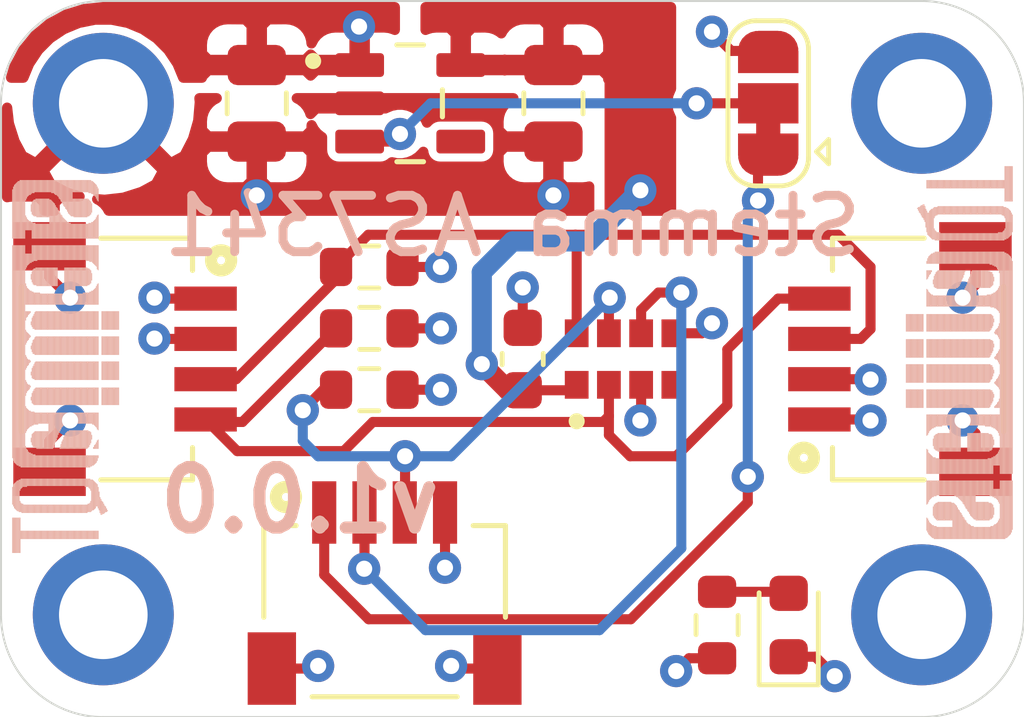
<source format=kicad_pcb>
(kicad_pcb (version 20171130) (host pcbnew 5.1.7-a382d34a8~88~ubuntu18.04.1)
  (layers (0 F.Cu signal) (1 In1.Cu signal hide) (2 In2.Cu signal hide) (31 B.Cu signal) (34 B.Paste user) (35 F.Paste user hide) (36 B.SilkS user hide) (37 F.SilkS user) (38 B.Mask user) (39 F.Mask user) (44 Edge.Cuts user))
  (net 0 "")
  (net 1 GND)
  (net 2 VCC)
  (net 3 "Net-(D1-Pad2)")
  (net 4 /SCL)
  (net 5 /SDA)
  (net 6 "Net-(JP1-Pad2)")
  (net 7 +1V8)
  (net 8 /INT)
  (net 9 /GPIO)
  (net 10 /EN)
  (net 11 "Net-(U2-Pad4)")
  (module AS7341-DLGT:PSON80P310X200X110-8N (layer F.Cu) (at 51.689 63.627 90)
    (fp_text reference U2)
    (fp_text value AS7341-DLGT)
    (pad 8 smd rect (at 0.64 -1.2 90) (size 0.69 0.59) (layers F.Cu F.Paste F.Mask) (net 5 /SDA))
    (pad 7 smd rect (at 0.64 -0.4 90) (size 0.69 0.59) (layers F.Cu F.Paste F.Mask) (net 8 /INT))
    (pad 2 smd rect (at -0.64 -0.4 90) (size 0.69 0.59) (layers F.Cu F.Paste F.Mask) (net 4 /SCL))
    (pad 1 smd rect (at -0.64 -1.2 90) (size 0.69 0.59) (layers F.Cu F.Paste F.Mask) (net 7 +1V8))
    (pad 6 smd rect (at 0.64 0.4 90) (size 0.69 0.59) (layers F.Cu F.Paste F.Mask) (net 9 /GPIO))
    (pad 5 smd rect (at 0.64 1.2 90) (size 0.69 0.59) (layers F.Cu F.Paste F.Mask) (net 1 GND))
    (pad 4 smd rect (at -0.64 1.2 90) (size 0.69 0.59) (layers F.Cu F.Paste F.Mask) (net 11 "Net-(U2-Pad4)"))
    (pad 3 smd rect (at -0.64 0.4 90) (size 0.69 0.59) (layers F.Cu F.Paste F.Mask) (net 1 GND))
  )
  (module TPS7A0233PDBVR:SOT95P280X145-5N (layer F.Cu) (at 46.355 57.277)
    (fp_text reference U1)
    (fp_text value TPS7A0218PDBVR)
    (pad 5 smd roundrect (at 1.255 -0.95) (size 1.21 0.59) (layers F.Cu F.Paste F.Mask) (roundrect_rratio 0.15) (net 7 +1V8))
    (pad 4 smd roundrect (at 1.255 0.95) (size 1.21 0.59) (layers F.Cu F.Paste F.Mask) (roundrect_rratio 0.15))
    (pad 3 smd roundrect (at -1.255 0.95) (size 1.21 0.59) (layers F.Cu F.Paste F.Mask) (roundrect_rratio 0.15) (net 6 "Net-(JP1-Pad2)"))
    (pad 2 smd roundrect (at -1.255 0) (size 1.21 0.59) (layers F.Cu F.Paste F.Mask) (roundrect_rratio 0.15) (net 1 GND))
    (pad 1 smd roundrect (at -1.255 -0.95) (size 1.21 0.59) (layers F.Cu F.Paste F.Mask) (roundrect_rratio 0.15) (net 2 VCC))
  )
  (module "SM04B-SRSS-TB(LF)(SN):JST_SM04B-SRSS-TB(LF)(SN)" (layer F.Cu) (at 45.72 67.437)
    (fp_text reference J3)
    (fp_text value "SM04B-SRSS-TB(LF)(SN)")
    (pad 4 smd rect (at 1.5 0) (size 0.6 1.55) (layers F.Cu F.Paste F.Mask) (net 1 GND))
    (pad 3 smd rect (at 0.5 0) (size 0.6 1.55) (layers F.Cu F.Paste F.Mask) (net 8 /INT))
    (pad 2 smd rect (at -0.5 0) (size 0.6 1.55) (layers F.Cu F.Paste F.Mask) (net 9 /GPIO))
    (pad 1 smd rect (at -1.5 0) (size 0.6 1.55) (layers F.Cu F.Paste F.Mask) (net 10 /EN))
    (pad S1 smd rect (at -2.8 3.875) (size 1.2 1.8) (layers F.Cu F.Paste F.Mask) (net 1 GND))
    (pad S2 smd rect (at 2.8 3.875) (size 1.2 1.8) (layers F.Cu F.Paste F.Mask) (net 1 GND))
  )
  (module "SM04B-SRSS-TB(LF)(SN):JST_SM04B-SRSS-TB(LF)(SN)" (layer F.Cu) (at 41.275 63.627 270)
    (fp_text reference J2)
    (fp_text value "SM04B-SRSS-TB(LF)(SN)")
    (pad 4 smd rect (at 1.5 0 270) (size 0.6 1.55) (layers F.Cu F.Paste F.Mask) (net 4 /SCL))
    (pad 3 smd rect (at 0.5 0 270) (size 0.6 1.55) (layers F.Cu F.Paste F.Mask) (net 5 /SDA))
    (pad 2 smd rect (at -0.5 0 270) (size 0.6 1.55) (layers F.Cu F.Paste F.Mask) (net 2 VCC))
    (pad 1 smd rect (at -1.5 0 270) (size 0.6 1.55) (layers F.Cu F.Paste F.Mask) (net 1 GND))
    (pad S1 smd rect (at -2.8 3.875 270) (size 1.2 1.8) (layers F.Cu F.Paste F.Mask) (net 1 GND))
    (pad S2 smd rect (at 2.8 3.875 270) (size 1.2 1.8) (layers F.Cu F.Paste F.Mask) (net 1 GND))
  )
  (module "SM04B-SRSS-TB(LF)(SN):JST_SM04B-SRSS-TB(LF)(SN)" (layer F.Cu) (at 56.515 63.627 90)
    (fp_text reference J1)
    (fp_text value "SM04B-SRSS-TB(LF)(SN)")
    (pad 4 smd rect (at 1.5 0 90) (size 0.6 1.55) (layers F.Cu F.Paste F.Mask) (net 4 /SCL))
    (pad 3 smd rect (at 0.5 0 90) (size 0.6 1.55) (layers F.Cu F.Paste F.Mask) (net 5 /SDA))
    (pad 2 smd rect (at -0.5 0 90) (size 0.6 1.55) (layers F.Cu F.Paste F.Mask) (net 2 VCC))
    (pad 1 smd rect (at -1.5 0 90) (size 0.6 1.55) (layers F.Cu F.Paste F.Mask) (net 1 GND))
    (pad S1 smd rect (at -2.8 3.875 90) (size 1.2 1.8) (layers F.Cu F.Paste F.Mask) (net 1 GND))
    (pad S2 smd rect (at 2.8 3.875 90) (size 1.2 1.8) (layers F.Cu F.Paste F.Mask) (net 1 GND))
  )
  (module Resistor_SMD:R_0603_1608Metric (layer F.Cu) (at 45.339 62.865 180)
    (fp_text reference R2)
    (fp_text value PU)
    (pad 2 smd roundrect (at 0.825 0 180) (size 0.8 0.95) (layers F.Cu F.Paste F.Mask) (net 4 /SCL))
    (pad 1 smd roundrect (at -0.825 0 180) (size 0.8 0.95) (layers F.Cu F.Paste F.Mask) (net 2 VCC))
  )
  (module Resistor_SMD:R_0603_1608Metric (layer F.Cu) (at 45.339 64.389 180)
    (fp_text reference R1)
    (fp_text value PU)
    (pad 2 smd roundrect (at 0.825 0 180) (size 0.8 0.95) (layers F.Cu F.Paste F.Mask) (net 8 /INT))
    (pad 1 smd roundrect (at -0.825 0 180) (size 0.8 0.95) (layers F.Cu F.Paste F.Mask) (net 2 VCC))
  )
  (module Jumper:SolderJumper-3_P1.3mm_Bridged12_RoundedPad1.0x1.5mm (layer F.Cu) (at 55.245 57.277 90)
    (fp_text reference JP1)
    (fp_text value SolderJumper_3_Bridged12)
    (fp_poly (pts (xy -0.9 -0.3) (xy -0.4 -0.3) (xy -0.4 0.3) (xy -0.9 0.3)) (layer F.Cu) (width 0))
    (pad 1 smd custom (at -1.3 0 90) (size 1 0.5) (layers F.Cu F.Mask) (net 10 /EN) (options (clearance outline) (anchor rect)) (primitives (gr_circle (center 0 0.25) (end 0.5 0.25) (width 0)) (gr_circle (center 0 -0.25) (end 0.5 -0.25) (width 0)) (gr_poly (pts (xy 0.55 -0.75) (xy 0 -0.75) (xy 0 0.75) (xy 0.55 0.75)) (width 0))))
    (pad 2 smd rect (at 0 0 90) (size 1 1.5) (layers F.Cu F.Mask) (net 6 "Net-(JP1-Pad2)"))
    (pad 3 smd custom (at 1.3 0 90) (size 1 0.5) (layers F.Cu F.Mask) (net 2 VCC) (options (clearance outline) (anchor rect)) (primitives (gr_circle (center 0 0.25) (end 0.5 0.25) (width 0)) (gr_circle (center 0 -0.25) (end 0.5 -0.25) (width 0)) (gr_poly (pts (xy -0.55 -0.75) (xy 0 -0.75) (xy 0 0.75) (xy -0.55 0.75)) (width 0))))
  )
  (module Capacitor_SMD:C_0603_1608Metric (layer F.Cu) (at 49.149 63.627 90)
    (fp_text reference C3)
    (fp_text value 0.1uF)
    (pad 2 smd roundrect (at 0.775 0 90) (size 0.9 0.95) (layers F.Cu F.Paste F.Mask) (net 1 GND))
    (pad 1 smd roundrect (at -0.775 0 90) (size 0.9 0.95) (layers F.Cu F.Paste F.Mask) (net 7 +1V8))
  )
  (module Capacitor_SMD:C_0805_2012Metric (layer F.Cu) (at 49.911 57.277 270)
    (fp_text reference C2)
    (fp_text value 1uF)
    (pad 2 smd roundrect (at 0.95 0 270) (size 1 1.45) (layers F.Cu F.Paste F.Mask) (net 1 GND))
    (pad 1 smd roundrect (at -0.95 0 270) (size 1 1.45) (layers F.Cu F.Paste F.Mask) (net 7 +1V8))
  )
  (module Capacitor_SMD:C_0805_2012Metric (layer F.Cu) (at 42.545 57.277 270)
    (fp_text reference C1)
    (fp_text value 1uF)
    (pad 2 smd roundrect (at 0.95 0 270) (size 1 1.45) (layers F.Cu F.Paste F.Mask) (net 1 GND))
    (pad 1 smd roundrect (at -0.95 0 270) (size 1 1.45) (layers F.Cu F.Paste F.Mask) (net 2 VCC))
  )
  (module stemmaqt_shift:STEMMAQT (layer B.Cu) (at 58.674 68.0847 90)
    (fp_text reference U$30 hide)
    (fp_text value "" hide)
  )
  (module stemmaqt_shift:STEMMAQT (layer B.Cu) (at 39.116 59.1947 270)
    (fp_text reference U$31 hide)
    (fp_text value "" hide)
  )
  (module MountingHole:MountingHole_2.2mm_M2_ISO7380_Pad (layer F.Cu) (at 38.735 57.277)
    (fp_text reference H4 hide)
    (fp_text value MountingHole_Pad hide)
    (pad 1 thru_hole circle (at 0 0) (size 3.5 3.5) (drill 2.2) (layers *.Cu *.Mask) (net 1 GND))
  )
  (module MountingHole:MountingHole_2.2mm_M2_ISO7380_Pad (layer F.Cu) (at 59.055 69.977)
    (fp_text reference H3 hide)
    (fp_text value MountingHole_Pad hide)
    (pad 1 thru_hole circle (at 0 0) (size 3.5 3.5) (drill 2.2) (layers *.Cu *.Mask) (net 1 GND))
  )
  (module MountingHole:MountingHole_2.2mm_M2_ISO7380_Pad (layer F.Cu) (at 38.735 69.977)
    (fp_text reference H2 hide)
    (fp_text value MountingHole_Pad hide)
    (pad 1 thru_hole circle (at 0 0) (size 3.5 3.5) (drill 2.2) (layers *.Cu *.Mask) (net 1 GND))
  )
  (module MountingHole:MountingHole_2.2mm_M2_ISO7380_Pad (layer F.Cu) (at 59.055 57.277 90)
    (fp_text reference H1 hide)
    (fp_text value MountingHole_Pad hide)
    (pad 1 thru_hole circle (at 0 0 90) (size 3.5 3.5) (drill 2.2) (layers *.Cu *.Mask) (net 1 GND))
  )
  (module Resistor_SMD:R_0603_1608Metric (layer F.Cu) (at 45.339 61.341 180)
    (fp_text reference R4 hide)
    (fp_text value PU)
    (pad 2 smd roundrect (at 0.825 0 180) (size 0.8 0.95) (layers F.Cu F.Paste F.Mask) (net 5 /SDA))
    (pad 1 smd roundrect (at -0.825 0 180) (size 0.8 0.95) (layers F.Cu F.Paste F.Mask) (net 2 VCC))
  )
  (module Resistor_SMD:R_0603_1608Metric (layer F.Cu) (at 53.975 70.231 90)
    (fp_text reference R3 hide)
    (fp_text value ?)
    (pad 2 smd roundrect (at 0.825 0 90) (size 0.8 0.95) (layers F.Cu F.Paste F.Mask) (net 3 "Net-(D1-Pad2)"))
    (pad 1 smd roundrect (at -0.825 0 90) (size 0.8 0.95) (layers F.Cu F.Paste F.Mask) (net 2 VCC))
  )
  (module LED_SMD:LED_0603_1608Metric (layer F.Cu) (at 55.753 70.231 90)
    (fp_text reference D1 hide)
    (fp_text value LED)
    (pad 2 smd roundrect (at 0.7875 0 90) (size 0.875 0.95) (layers F.Cu F.Paste F.Mask) (net 3 "Net-(D1-Pad2)"))
    (pad 1 smd roundrect (at -0.7875 0 90) (size 0.875 0.95) (layers F.Cu F.Paste F.Mask) (net 1 GND))
  )
  (gr_text v1.0.0 (at 43.6118 67.1322) (layer B.SilkS) (effects (font (size 1.5 1.5) (thickness 0.3)) (justify mirror)))
  (gr_text "Stemma AS7341" (at 48.895 60.325) (layer B.SilkS) (effects (font (size 1.39954 1.39954) (thickness 0.22098)) (justify mirror)))
  (gr_arc (start 59.055 57.277) (end 61.595 57.277) (angle -90) (layer Edge.Cuts) (width 0.05))
  (gr_line (start 61.595 69.977) (end 61.595 57.277) (layer Edge.Cuts) (width 0.05))
  (gr_arc (start 38.735 69.977) (end 36.195 69.977) (angle -90) (layer Edge.Cuts) (width 0.05))
  (gr_line (start 36.195 57.277) (end 36.195 69.977) (layer Edge.Cuts) (width 0.05))
  (gr_line (start 59.055 54.737) (end 38.735 54.737) (layer Edge.Cuts) (width 0.05))
  (gr_arc (start 59.055 69.977) (end 59.055 72.517) (angle -90) (layer Edge.Cuts) (width 0.05))
  (gr_line (start 38.735 72.517) (end 59.055 72.517) (layer Edge.Cuts) (width 0.05))
  (gr_arc (start 38.735 57.277) (end 38.735 54.737) (angle -90) (layer Edge.Cuts) (width 0.05))
  (via (at 57.785 65.151) (size 0.8) (drill 0.4) (layers F.Cu B.Cu) (net 1))
  (segment (start 56.515 65.127) (end 57.761 65.127) (width 0.25) (layer F.Cu) (net 1))
  (segment (start 57.761 65.127) (end 57.785 65.151) (width 0.25) (layer F.Cu) (net 1))
  (via (at 40.005 62.103) (size 0.8) (drill 0.4) (layers F.Cu B.Cu) (net 1))
  (segment (start 41.275 62.127) (end 40.029 62.127) (width 0.25) (layer F.Cu) (net 1))
  (segment (start 40.029 62.127) (end 40.005 62.103) (width 0.25) (layer F.Cu) (net 1))
  (via (at 37.9095 65.151) (size 0.8) (drill 0.4) (layers F.Cu B.Cu) (net 1))
  (segment (start 37.4 66.427) (end 37.4 65.6605) (width 0.25) (layer F.Cu) (net 1))
  (segment (start 37.4 65.6605) (end 37.9095 65.151) (width 0.25) (layer F.Cu) (net 1))
  (segment (start 37.4 60.827) (end 37.4 61.593498) (width 0.25) (layer F.Cu) (net 1))
  (via (at 37.909501 62.102999) (size 0.8) (drill 0.4) (layers F.Cu B.Cu) (net 1))
  (segment (start 37.4 61.593498) (end 37.909501 62.102999) (width 0.25) (layer F.Cu) (net 1))
  (segment (start 60.39 60.827) (end 60.39 61.784) (width 0.25) (layer F.Cu) (net 1))
  (via (at 60.071 62.103) (size 0.8) (drill 0.4) (layers F.Cu B.Cu) (net 1))
  (segment (start 60.39 61.784) (end 60.071 62.103) (width 0.25) (layer F.Cu) (net 1))
  (via (at 60.071 65.151) (size 0.8) (drill 0.4) (layers F.Cu B.Cu) (net 1))
  (segment (start 60.39 66.427) (end 60.39 65.47) (width 0.25) (layer F.Cu) (net 1))
  (segment (start 60.39 65.47) (end 60.071 65.151) (width 0.25) (layer F.Cu) (net 1))
  (via (at 42.545 59.563) (size 0.8) (drill 0.4) (layers F.Cu B.Cu) (net 1))
  (via (at 49.911 59.563) (size 0.8) (drill 0.4) (layers F.Cu B.Cu) (net 1))
  (segment (start 42.92 71.312) (end 44.004 71.312) (width 0.25) (layer F.Cu) (net 1))
  (via (at 44.069 71.247) (size 0.8) (drill 0.4) (layers F.Cu B.Cu) (net 1))
  (segment (start 44.004 71.312) (end 44.069 71.247) (width 0.25) (layer F.Cu) (net 1))
  (via (at 47.371 71.247) (size 0.8) (drill 0.4) (layers F.Cu B.Cu) (net 1))
  (segment (start 48.52 71.312) (end 47.436 71.312) (width 0.25) (layer F.Cu) (net 1))
  (segment (start 47.436 71.312) (end 47.371 71.247) (width 0.25) (layer F.Cu) (net 1))
  (via (at 47.2186 68.8086) (size 0.8) (drill 0.4) (layers F.Cu B.Cu) (net 1))
  (segment (start 47.22 67.437) (end 47.22 68.8072) (width 0.25) (layer F.Cu) (net 1))
  (segment (start 47.22 68.8072) (end 47.2186 68.8086) (width 0.25) (layer F.Cu) (net 1))
  (via (at 49.149 61.849) (size 0.8) (drill 0.4) (layers F.Cu B.Cu) (net 1))
  (segment (start 49.149 62.852) (end 49.149 61.849) (width 0.25) (layer F.Cu) (net 1))
  (via (at 52.07 65.151) (size 0.8) (drill 0.4) (layers F.Cu B.Cu) (net 1))
  (segment (start 52.089 65.132) (end 52.07 65.151) (width 0.25) (layer F.Cu) (net 1))
  (segment (start 52.089 64.267) (end 52.089 65.132) (width 0.25) (layer F.Cu) (net 1))
  (segment (start 52.889 62.987) (end 53.599 62.987) (width 0.25) (layer F.Cu) (net 1))
  (via (at 53.848 62.738) (size 0.8) (drill 0.4) (layers F.Cu B.Cu) (net 1))
  (segment (start 53.599 62.987) (end 53.848 62.738) (width 0.25) (layer F.Cu) (net 1))
  (via (at 56.896 71.501) (size 0.8) (drill 0.4) (layers F.Cu B.Cu) (net 1))
  (segment (start 55.753 71.0185) (end 56.4135 71.0185) (width 0.25) (layer F.Cu) (net 1))
  (segment (start 56.4135 71.0185) (end 56.896 71.501) (width 0.25) (layer F.Cu) (net 1))
  (via (at 57.785 64.135) (size 0.8) (drill 0.4) (layers F.Cu B.Cu) (net 2))
  (segment (start 56.515 64.127) (end 57.777 64.127) (width 0.25) (layer F.Cu) (net 2))
  (segment (start 57.777 64.127) (end 57.785 64.135) (width 0.25) (layer F.Cu) (net 2))
  (via (at 40.005 63.119) (size 0.8) (drill 0.4) (layers F.Cu B.Cu) (net 2))
  (segment (start 41.275 63.127) (end 40.013 63.127) (width 0.25) (layer F.Cu) (net 2))
  (segment (start 40.013 63.127) (end 40.005 63.119) (width 0.25) (layer F.Cu) (net 2))
  (via (at 45.085 55.372) (size 0.8) (drill 0.4) (layers F.Cu B.Cu) (net 2))
  (via (at 47.117 61.341) (size 0.8) (drill 0.4) (layers F.Cu B.Cu) (net 2))
  (segment (start 46.164 61.341) (end 47.117 61.341) (width 0.25) (layer F.Cu) (net 2))
  (via (at 47.117 62.865) (size 0.8) (drill 0.4) (layers F.Cu B.Cu) (net 2))
  (segment (start 46.164 62.865) (end 47.117 62.865) (width 0.25) (layer F.Cu) (net 2))
  (via (at 47.117 64.389) (size 0.8) (drill 0.4) (layers F.Cu B.Cu) (net 2))
  (segment (start 46.164 64.389) (end 47.117 64.389) (width 0.25) (layer F.Cu) (net 2))
  (segment (start 55.245 55.977) (end 54.326 55.977) (width 0.25) (layer F.Cu) (net 2))
  (via (at 53.848 55.499) (size 0.8) (drill 0.4) (layers F.Cu B.Cu) (net 2))
  (segment (start 54.326 55.977) (end 53.848 55.499) (width 0.25) (layer F.Cu) (net 2))
  (segment (start 53.975 71.056) (end 53.277 71.056) (width 0.25) (layer F.Cu) (net 2))
  (via (at 52.959 71.374) (size 0.8) (drill 0.4) (layers F.Cu B.Cu) (net 2))
  (segment (start 53.277 71.056) (end 52.959 71.374) (width 0.25) (layer F.Cu) (net 2))
  (segment (start 55.7155 69.406) (end 55.753 69.4435) (width 0.25) (layer F.Cu) (net 3))
  (segment (start 53.975 69.406) (end 55.7155 69.406) (width 0.25) (layer F.Cu) (net 3))
  (segment (start 42.18999 65.18901) (end 44.514 62.865) (width 0.25) (layer F.Cu) (net 4))
  (segment (start 41.33701 65.18901) (end 42.18999 65.18901) (width 0.25) (layer F.Cu) (net 4))
  (segment (start 41.33701 65.18901) (end 41.275 65.127) (width 0.25) (layer F.Cu) (net 4))
  (segment (start 55.49 62.127) (end 54.229 63.388) (width 0.25) (layer F.Cu) (net 4))
  (segment (start 56.515 62.127) (end 55.49 62.127) (width 0.25) (layer F.Cu) (net 4))
  (segment (start 54.229 63.388) (end 54.229 64.77) (width 0.25) (layer F.Cu) (net 4))
  (segment (start 54.229 64.77) (end 52.959 66.04) (width 0.25) (layer F.Cu) (net 4))
  (segment (start 52.959 66.04) (end 51.816 66.04) (width 0.25) (layer F.Cu) (net 4))
  (segment (start 51.816 66.04) (end 51.289 65.513) (width 0.25) (layer F.Cu) (net 4))
  (segment (start 41.275 65.127) (end 41.275 65.278) (width 0.25) (layer F.Cu) (net 4))
  (segment (start 41.275 65.127) (end 42.061 65.913) (width 0.25) (layer F.Cu) (net 4))
  (segment (start 42.061 65.913) (end 44.704 65.913) (width 0.25) (layer F.Cu) (net 4))
  (segment (start 45.42799 65.18901) (end 51.14299 65.18901) (width 0.25) (layer F.Cu) (net 4))
  (segment (start 44.704 65.913) (end 45.42799 65.18901) (width 0.25) (layer F.Cu) (net 4))
  (segment (start 51.289 65.513) (end 51.289 65.043) (width 0.25) (layer F.Cu) (net 4))
  (segment (start 51.14299 65.18901) (end 51.289 65.043) (width 0.25) (layer F.Cu) (net 4))
  (segment (start 51.289 65.043) (end 51.289 64.267) (width 0.25) (layer F.Cu) (net 4))
  (segment (start 44.514 61.647522) (end 44.514 61.341) (width 0.25) (layer F.Cu) (net 5))
  (segment (start 42.034522 64.127) (end 44.514 61.647522) (width 0.25) (layer F.Cu) (net 5))
  (segment (start 41.275 64.127) (end 42.034522 64.127) (width 0.25) (layer F.Cu) (net 5))
  (segment (start 57.54 63.127) (end 56.515 63.127) (width 0.25) (layer F.Cu) (net 5))
  (segment (start 57.785 62.882) (end 57.54 63.127) (width 0.25) (layer F.Cu) (net 5))
  (segment (start 57.785 61.341) (end 57.785 62.882) (width 0.25) (layer F.Cu) (net 5))
  (segment (start 44.514 61.341) (end 45.31401 60.54099) (width 0.25) (layer F.Cu) (net 5))
  (segment (start 56.98499 60.54099) (end 57.785 61.341) (width 0.25) (layer F.Cu) (net 5))
  (segment (start 45.31401 60.54099) (end 50.12699 60.54099) (width 0.25) (layer F.Cu) (net 5))
  (segment (start 50.489 60.57298) (end 50.45701 60.54099) (width 0.25) (layer F.Cu) (net 5))
  (segment (start 50.489 62.987) (end 50.489 60.57298) (width 0.25) (layer F.Cu) (net 5))
  (segment (start 50.12699 60.54099) (end 50.45701 60.54099) (width 0.25) (layer F.Cu) (net 5))
  (segment (start 50.45701 60.54099) (end 56.98499 60.54099) (width 0.25) (layer F.Cu) (net 5))
  (via (at 46.101 58.039) (size 0.8) (drill 0.4) (layers F.Cu B.Cu) (net 6))
  (segment (start 45.1 58.227) (end 45.913 58.227) (width 0.25) (layer F.Cu) (net 6))
  (segment (start 45.913 58.227) (end 46.101 58.039) (width 0.25) (layer F.Cu) (net 6))
  (via (at 53.467 57.277) (size 0.8) (drill 0.4) (layers F.Cu B.Cu) (net 6))
  (segment (start 46.101 58.039) (end 46.863 57.277) (width 0.25) (layer B.Cu) (net 6))
  (segment (start 46.863 57.277) (end 53.467 57.277) (width 0.25) (layer B.Cu) (net 6))
  (segment (start 53.467 57.277) (end 55.245 57.277) (width 0.25) (layer F.Cu) (net 6))
  (segment (start 50.354 64.402) (end 50.489 64.267) (width 0.25) (layer F.Cu) (net 7))
  (segment (start 49.149 64.402) (end 50.354 64.402) (width 0.25) (layer F.Cu) (net 7))
  (via (at 48.133 63.754) (size 0.8) (drill 0.4) (layers F.Cu B.Cu) (net 7))
  (segment (start 50.8 60.706) (end 52.07 59.436) (width 0.5) (layer B.Cu) (net 7))
  (segment (start 48.895 60.706) (end 50.8 60.706) (width 0.5) (layer B.Cu) (net 7))
  (via (at 52.07 59.436) (size 0.8) (drill 0.4) (layers F.Cu B.Cu) (net 7))
  (segment (start 48.133 61.468) (end 48.895 60.706) (width 0.5) (layer B.Cu) (net 7))
  (segment (start 48.133 63.754) (end 48.133 61.468) (width 0.5) (layer B.Cu) (net 7))
  (segment (start 48.781 64.402) (end 48.133 63.754) (width 0.5) (layer F.Cu) (net 7))
  (segment (start 49.149 64.402) (end 48.781 64.402) (width 0.5) (layer F.Cu) (net 7))
  (via (at 43.688 64.897) (size 0.8) (drill 0.4) (layers F.Cu B.Cu) (net 8))
  (segment (start 44.514 64.389) (end 44.196 64.389) (width 0.25) (layer F.Cu) (net 8))
  (segment (start 44.196 64.389) (end 43.688 64.897) (width 0.25) (layer F.Cu) (net 8))
  (segment (start 43.688 64.897) (end 43.688 65.659) (width 0.25) (layer B.Cu) (net 8))
  (segment (start 43.688 65.659) (end 44.069 66.04) (width 0.25) (layer B.Cu) (net 8))
  (via (at 46.228 66.04) (size 0.8) (drill 0.4) (layers F.Cu B.Cu) (net 8))
  (segment (start 44.069 66.04) (end 46.228 66.04) (width 0.25) (layer B.Cu) (net 8))
  (segment (start 46.228 67.429) (end 46.22 67.437) (width 0.25) (layer F.Cu) (net 8))
  (segment (start 46.228 66.04) (end 46.228 67.429) (width 0.25) (layer F.Cu) (net 8))
  (via (at 51.308 62.103) (size 0.8) (drill 0.4) (layers F.Cu B.Cu) (net 8))
  (segment (start 51.289 62.987) (end 51.289 62.122) (width 0.25) (layer F.Cu) (net 8))
  (segment (start 51.289 62.122) (end 51.308 62.103) (width 0.25) (layer F.Cu) (net 8))
  (segment (start 47.371 66.04) (end 46.228 66.04) (width 0.25) (layer B.Cu) (net 8))
  (segment (start 51.308 62.103) (end 47.371 66.04) (width 0.25) (layer B.Cu) (net 8))
  (via (at 45.212 68.834) (size 0.8) (drill 0.4) (layers F.Cu B.Cu) (net 9))
  (segment (start 45.22 67.437) (end 45.22 68.826) (width 0.25) (layer F.Cu) (net 9))
  (segment (start 45.22 68.826) (end 45.212 68.834) (width 0.25) (layer F.Cu) (net 9))
  (segment (start 45.212 68.834) (end 46.736 70.358) (width 0.25) (layer B.Cu) (net 9))
  (segment (start 46.736 70.358) (end 51.054 70.358) (width 0.25) (layer B.Cu) (net 9))
  (via (at 53.086 61.976) (size 0.8) (drill 0.4) (layers F.Cu B.Cu) (net 9))
  (segment (start 51.054 70.358) (end 53.086 68.326) (width 0.25) (layer B.Cu) (net 9))
  (segment (start 53.086 68.326) (end 53.086 61.976) (width 0.25) (layer B.Cu) (net 9))
  (segment (start 52.520315 61.976) (end 52.089 62.407315) (width 0.25) (layer F.Cu) (net 9))
  (segment (start 52.089 62.407315) (end 52.089 62.987) (width 0.25) (layer F.Cu) (net 9))
  (segment (start 53.086 61.976) (end 52.520315 61.976) (width 0.25) (layer F.Cu) (net 9))
  (segment (start 44.22 67.437) (end 44.22 68.985) (width 0.25) (layer F.Cu) (net 10))
  (segment (start 45.321999 70.086999) (end 51.833001 70.086999) (width 0.25) (layer F.Cu) (net 10))
  (segment (start 44.22 68.985) (end 45.321999 70.086999) (width 0.25) (layer F.Cu) (net 10))
  (via (at 54.737 66.548) (size 0.8) (drill 0.4) (layers F.Cu B.Cu) (net 10))
  (segment (start 51.833001 70.086999) (end 54.737 67.183) (width 0.25) (layer F.Cu) (net 10))
  (segment (start 54.737 67.183) (end 54.737 66.548) (width 0.25) (layer F.Cu) (net 10))
  (via (at 54.991 59.69) (size 0.8) (drill 0.4) (layers F.Cu B.Cu) (net 10))
  (segment (start 54.737 66.548) (end 54.737 59.944) (width 0.25) (layer B.Cu) (net 10))
  (segment (start 54.737 59.944) (end 54.991 59.69) (width 0.25) (layer B.Cu) (net 10))
  (segment (start 54.991 58.831) (end 55.245 58.577) (width 0.25) (layer F.Cu) (net 10))
  (segment (start 54.991 59.69) (end 54.991 58.831) (width 0.25) (layer F.Cu) (net 10))
  (zone (net 2) (net_name VCC) (layer F.Cu) (connect_pads (clearance 0.000001)) (min_thickness 0.254) (fill yes (arc_segments 32) (thermal_gap 0.508) (thermal_bridge_width 0.508))
    (polygon (pts (xy 46.101 56.769) (xy 36.195 56.769) (xy 36.195 54.737) (xy 46.101 54.737)))
  )
  (zone (net 1) (net_name GND) (layer F.Cu) (connect_pads (clearance 0.000001)) (min_thickness 0.254) (fill yes (arc_segments 32) (thermal_gap 0.508) (thermal_bridge_width 0.508))
    (polygon (pts (xy 50.927 60.071) (xy 36.195 60.071) (xy 36.195 57.023) (xy 50.927 57.023)))
  )
  (zone (net 7) (net_name +1V8) (layer F.Cu) (connect_pads (clearance 0.000001)) (min_thickness 0.254) (fill yes (arc_segments 32) (thermal_gap 0.508) (thermal_bridge_width 0.508))
    (polygon (pts (xy 52.959 60.071) (xy 51.181 60.071) (xy 51.181 56.769) (xy 46.609 56.769) (xy 46.609 54.737) (xy 52.959 54.737)))
  )
)
</source>
